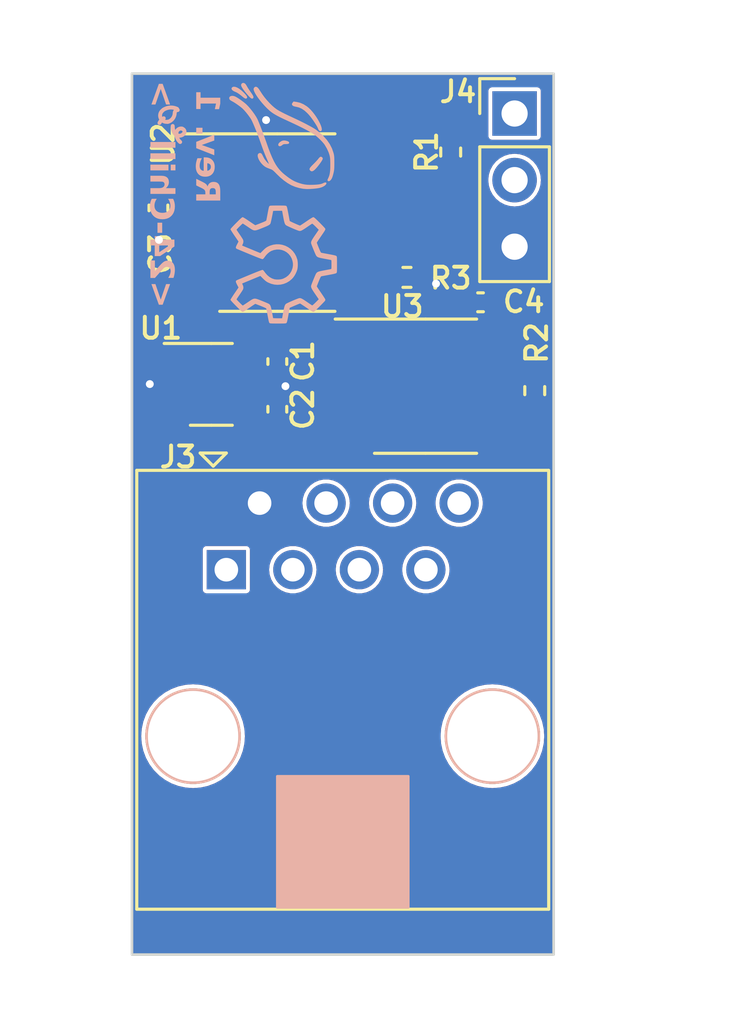
<source format=kicad_pcb>
(kicad_pcb (version 20221018) (generator pcbnew)
  (layers (0 "F.Cu" signal) (31 "B.Cu" signal) (34 "B.Paste" user) (35 "F.Paste" user) (36 "B.SilkS" user "B.Silkscreen") (37 "F.SilkS" user "F.Silkscreen") (38 "B.Mask" user) (39 "F.Mask" user) (44 "Edge.Cuts" user))
  (net 0 "")
  (net 1 "+3V3")
  (net 2 "GND")
  (net 3 "Net-(U1-BP)")
  (net 4 "+5V")
  (net 5 "/SWCLK")
  (net 6 "/SWDIO")
  (net 7 "/RS422+")
  (net 8 "/RS422-")
  (net 14 "/SERVO_OUT")
  (net 21 "/UART_TX")
  (net 22 "/UART_RX")
  (net 23 "/MAX487_DE")
  (footprint "Resistor_SMD:R_0402_1005Metric" (layer "F.Cu") (at 80.53 46.91 -90)
    (fp_text reference "R2" (at -1.82 -0.07 -270) (layer "F.SilkS") (effects (font (size 0.8 0.8))))
    (fp_text value "120")
    (fp_line (start -0.153641 -0.38) (end 0.153641 -0.38) (stroke (width 0.12)) (layer "F.SilkS"))
    (fp_line (start -0.153641 0.38) (end 0.153641 0.38) (stroke (width 0.12)) (layer "F.SilkS"))
    (pad "1" smd roundrect (at -0.51 0 270) (size 0.54 0.64) (layers "F.Cu" "F.Paste" "F.Mask") (net 8 "/RS422-"))
    (pad "2" smd roundrect (at 0.51 0 270) (size 0.54 0.64) (layers "F.Cu" "F.Paste" "F.Mask") (net 7 "/RS422+"))
  )
  (footprint "Capacitor_SMD:C_0402_1005Metric" (layer "F.Cu") (at 78.46 43.54)
    (fp_text reference "C4" (at 1.65 -0.02) (layer "F.SilkS") (effects (font (size 0.8 0.8))))
    (fp_text value "100n")
    (fp_line (start -0.107836 -0.36) (end 0.107836 -0.36) (stroke (width 0.12)) (layer "F.SilkS"))
    (fp_line (start -0.107836 0.36) (end 0.107836 0.36) (stroke (width 0.12)) (layer "F.SilkS"))
    (pad "1" smd roundrect (at -0.48 0) (size 0.56 0.62) (layers "F.Cu" "F.Paste" "F.Mask") (net 4 "+5V"))
    (pad "2" smd roundrect (at 0.48 0) (size 0.56 0.62) (layers "F.Cu" "F.Paste" "F.Mask") (net 2 "GND"))
  )
  (footprint "Case_footprints:TestPoints_1x04_P2.0" (layer "F.Cu") (at 70.49 35.81)
    (fp_text reference "J1" hide)
    (fp_text value "Conn_01x04")
    (pad "1" smd circle (at -3 0) (size 1.4 1.4) (layers "F.Cu" "F.Paste" "F.Mask") (net 1 "+3V3"))
    (pad "2" smd circle (at -1 0) (size 1.4 1.4) (layers "F.Cu" "F.Paste" "F.Mask") (net 2 "GND"))
    (pad "3" smd circle (at 1 0) (size 1.4 1.4) (layers "F.Cu" "F.Paste" "F.Mask") (net 5 "/SWCLK"))
    (pad "4" smd circle (at 3 0) (size 1.4 1.4) (layers "F.Cu" "F.Paste" "F.Mask") (net 6 "/SWDIO"))
  )
  (footprint "Capacitor_SMD:C_0402_1005Metric" (layer "F.Cu") (at 66.16 39.94 -90)
    (fp_text reference "C3" (at 1.75 -0.08 90) (layer "F.SilkS") (effects (font (size 0.8 0.8))))
    (fp_text value "100n")
    (fp_line (start -0.107836 -0.36) (end 0.107836 -0.36) (stroke (width 0.12)) (layer "F.SilkS"))
    (fp_line (start -0.107836 0.36) (end 0.107836 0.36) (stroke (width 0.12)) (layer "F.SilkS"))
    (pad "1" smd roundrect (at -0.48 0 270) (size 0.56 0.62) (layers "F.Cu" "F.Paste" "F.Mask") (net 1 "+3V3"))
    (pad "2" smd roundrect (at 0.48 0 270) (size 0.56 0.62) (layers "F.Cu" "F.Paste" "F.Mask") (net 2 "GND"))
  )
  (footprint "Capacitor_SMD:C_0402_1005Metric" (layer "F.Cu") (at 70.7 47.62 90)
    (fp_text reference "C2" (at 0 0.97 90) (layer "F.SilkS") (effects (font (size 0.8 0.8))))
    (fp_text value "10n")
    (fp_line (start -0.107836 -0.36) (end 0.107836 -0.36) (stroke (width 0.12)) (layer "F.SilkS"))
    (fp_line (start -0.107836 0.36) (end 0.107836 0.36) (stroke (width 0.12)) (layer "F.SilkS"))
    (pad "1" smd roundrect (at -0.48 0 90) (size 0.56 0.62) (layers "F.Cu" "F.Paste" "F.Mask") (net 3 "Net-(U1-BP)"))
    (pad "2" smd roundrect (at 0.48 0 90) (size 0.56 0.62) (layers "F.Cu" "F.Paste" "F.Mask") (net 2 "GND"))
  )
  (footprint "Connector_PinHeader_2.54mm:PinHeader_1x03_P2.54mm_Vertical" (layer "F.Cu") (at 79.76 36.34)
    (fp_text reference "J4" (at -2.16 -0.83) (layer "F.SilkS") (effects (font (size 0.8 0.8))))
    (fp_text value "Conn_01x03")
    (fp_line (start -1.33 -1.33) (end 0 -1.33) (stroke (width 0.12)) (layer "F.SilkS"))
    (fp_line (start -1.33 0) (end -1.33 -1.33) (stroke (width 0.12)) (layer "F.SilkS"))
    (fp_line (start -1.33 1.27) (end -1.33 6.41) (stroke (width 0.12)) (layer "F.SilkS"))
    (fp_line (start -1.33 1.27) (end 1.33 1.27) (stroke (width 0.12)) (layer "F.SilkS"))
    (fp_line (start -1.33 6.41) (end 1.33 6.41) (stroke (width 0.12)) (layer "F.SilkS"))
    (fp_line (start 1.33 1.27) (end 1.33 6.41) (stroke (width 0.12)) (layer "F.SilkS"))
    (pad "1" thru_hole rect (at 0 0) (size 1.7 1.7) (drill 1) (layers "*.Cu" "*.Mask") (net 14 "/SERVO_OUT"))
    (pad "2" thru_hole oval (at 0 2.54) (size 1.7 1.7) (drill 1) (layers "*.Cu" "*.Mask") (net 4 "+5V"))
    (pad "3" thru_hole oval (at 0 5.08) (size 1.7 1.7) (drill 1) (layers "*.Cu" "*.Mask") (net 2 "GND"))
  )
  (footprint "Package_TO_SOT_SMD:SOT-23-5" (layer "F.Cu") (at 68.18 46.67)
    (fp_text reference "U1" (at -1.93 -2.14) (layer "F.SilkS") (effects (font (size 0.8 0.8))))
    (fp_text value "SPX3819M5-L-3-3")
    (fp_line (start 0 -1.56) (end -1.8 -1.56) (stroke (width 0.12)) (layer "F.SilkS"))
    (fp_line (start 0 -1.56) (end 0.8 -1.56) (stroke (width 0.12)) (layer "F.SilkS"))
    (fp_line (start 0 1.56) (end -0.8 1.56) (stroke (width 0.12)) (layer "F.SilkS"))
    (fp_line (start 0 1.56) (end 0.8 1.56) (stroke (width 0.12)) (layer "F.SilkS"))
    (pad "1" smd roundrect (at -1.1375 -0.95) (size 1.325 0.6) (layers "F.Cu" "F.Paste" "F.Mask") (net 4 "+5V"))
    (pad "2" smd roundrect (at -1.1375 0) (size 1.325 0.6) (layers "F.Cu" "F.Paste" "F.Mask") (net 2 "GND"))
    (pad "3" smd roundrect (at -1.1375 0.95) (size 1.325 0.6) (layers "F.Cu" "F.Paste" "F.Mask") (net 4 "+5V"))
    (pad "4" smd roundrect (at 1.1375 0.95) (size 1.325 0.6) (layers "F.Cu" "F.Paste" "F.Mask") (net 3 "Net-(U1-BP)"))
    (pad "5" smd roundrect (at 1.1375 -0.95) (size 1.325 0.6) (layers "F.Cu" "F.Paste" "F.Mask") (net 1 "+3V3"))
  )
  (footprint "Connector_RJ:RJ45_OST_PJ012-8P8CX_Vertical" (layer "F.Cu") (at 68.7525 53.74)
    (fp_text reference "J3" (at -1.8425 -4.3) (layer "F.SilkS") (effects (font (size 0.8 0.8))))
    (fp_text value "RJ45")
    (fp_line (start -3.42 -3.79) (end -3.42 12.95) (stroke (width 0.12)) (layer "F.SilkS"))
    (fp_line (start -1 -4.45) (end -0.5 -3.95) (stroke (width 0.12)) (layer "F.SilkS"))
    (fp_line (start -0.5 -3.95) (end 0 -4.45) (stroke (width 0.12)) (layer "F.SilkS"))
    (fp_line (start 0 -4.45) (end -1 -4.45) (stroke (width 0.12)) (layer "F.SilkS"))
    (fp_line (start 12.3 -3.79) (end -3.42 -3.79) (stroke (width 0.12)) (layer "F.SilkS"))
    (fp_line (start 12.31 -3.79) (end 12.31 12.95) (stroke (width 0.12)) (layer "F.SilkS"))
    (fp_line (start 12.31 12.95) (end -3.42 12.95) (stroke (width 0.12)) (layer "F.SilkS"))
    (pad "" np_thru_hole circle (at -1.27 6.35) (size 3.65 3.65) (drill 3.45) (layers "*.Cu" "*.SilkS" "*.Mask"))
    (pad "" np_thru_hole circle (at 10.16 6.35) (size 3.65 3.65) (drill 3.45) (layers "*.Cu" "*.SilkS" "*.Mask"))
    (pad "1" thru_hole rect (at 0 0) (size 1.5 1.5) (drill 0.9) (layers "*.Cu" "*.Mask") (net 4 "+5V"))
    (pad "2" thru_hole circle (at 1.27 -2.54) (size 1.5 1.5) (drill 0.9) (layers "*.Cu" "*.Mask") (net 2 "GND"))
    (pad "3" thru_hole circle (at 2.54 0) (size 1.5 1.5) (drill 0.9) (layers "*.Cu" "*.Mask"))
    (pad "4" thru_hole circle (at 3.81 -2.54) (size 1.5 1.5) (drill 0.9) (layers "*.Cu" "*.Mask"))
    (pad "5" thru_hole circle (at 5.08 0) (size 1.5 1.5) (drill 0.9) (layers "*.Cu" "*.Mask"))
    (pad "6" thru_hole circle (at 6.35 -2.54) (size 1.5 1.5) (drill 0.9) (layers "*.Cu" "*.Mask"))
    (pad "7" thru_hole circle (at 7.62 0) (size 1.5 1.5) (drill 0.9) (layers "*.Cu" "*.Mask") (net 7 "/RS422+"))
    (pad "8" thru_hole circle (at 8.89 -2.54) (size 1.5 1.5) (drill 0.9) (layers "*.Cu" "*.Mask") (net 8 "/RS422-"))
  )
  (footprint "Capacitor_SMD:C_0402_1005Metric" (layer "F.Cu") (at 70.7 45.8 -90)
    (fp_text reference "C1" (at -0.02 -0.97 90) (layer "F.SilkS") (effects (font (size 0.8 0.8))))
    (fp_text value "4.7u")
    (fp_line (start -0.107836 -0.36) (end 0.107836 -0.36) (stroke (width 0.12)) (layer "F.SilkS"))
    (fp_line (start -0.107836 0.36) (end 0.107836 0.36) (stroke (width 0.12)) (layer "F.SilkS"))
    (pad "1" smd roundrect (at -0.48 0 270) (size 0.56 0.62) (layers "F.Cu" "F.Paste" "F.Mask") (net 1 "+3V3"))
    (pad "2" smd roundrect (at 0.48 0 270) (size 0.56 0.62) (layers "F.Cu" "F.Paste" "F.Mask") (net 2 "GND"))
  )
  (footprint "Package_SO:SOIC-8_3.9x4.9mm_P1.27mm" (layer "F.Cu") (at 76.36 46.74)
    (fp_text reference "U3" (at -0.89 -3.04) (layer "F.SilkS") (effects (font (size 0.8 0.8))))
    (fp_text value "MAX487E")
    (fp_line (start 0 -2.56) (end -3.45 -2.56) (stroke (width 0.12)) (layer "F.SilkS"))
    (fp_line (start 0 -2.56) (end 1.95 -2.56) (stroke (width 0.12)) (layer "F.SilkS"))
    (fp_line (start 0 2.56) (end -1.95 2.56) (stroke (width 0.12)) (layer "F.SilkS"))
    (fp_line (start 0 2.56) (end 1.95 2.56) (stroke (width 0.12)) (layer "F.SilkS"))
    (pad "1" smd roundrect (at -2.475 -1.905) (size 1.95 0.6) (layers "F.Cu" "F.Paste" "F.Mask") (net 22 "/UART_RX"))
    (pad "2" smd roundrect (at -2.475 -0.635) (size 1.95 0.6) (layers "F.Cu" "F.Paste" "F.Mask") (net 23 "/MAX487_DE"))
    (pad "3" smd roundrect (at -2.475 0.635) (size 1.95 0.6) (layers "F.Cu" "F.Paste" "F.Mask") (net 23 "/MAX487_DE"))
    (pad "4" smd roundrect (at -2.475 1.905) (size 1.95 0.6) (layers "F.Cu" "F.Paste" "F.Mask") (net 21 "/UART_TX"))
    (pad "5" smd roundrect (at 2.475 1.905) (size 1.95 0.6) (layers "F.Cu" "F.Paste" "F.Mask") (net 2 "GND"))
    (pad "6" smd roundrect (at 2.475 0.635) (size 1.95 0.6) (layers "F.Cu" "F.Paste" "F.Mask") (net 7 "/RS422+"))
    (pad "7" smd roundrect (at 2.475 -0.635) (size 1.95 0.6) (layers "F.Cu" "F.Paste" "F.Mask") (net 8 "/RS422-"))
    (pad "8" smd roundrect (at 2.475 -1.905) (size 1.95 0.6) (layers "F.Cu" "F.Paste" "F.Mask") (net 4 "+5V"))
  )
  (footprint "Package_SO:TSSOP-20_4.4x6.5mm_P0.65mm" (layer "F.Cu") (at 70.7 40.5)
    (fp_text reference "U2" (at -4.36 -3 90) (layer "F.SilkS") (effects (font (size 0.8 0.8))))
    (fp_text value "STM32G030F6Px")
    (fp_line (start 0 -3.385) (end -3.6 -3.385) (stroke (width 0.12)) (layer "F.SilkS"))
    (fp_line (start 0 -3.385) (end 2.2 -3.385) (stroke (width 0.12)) (layer "F.SilkS"))
    (fp_line (start 0 3.385) (end -2.2 3.385) (stroke (width 0.12)) (layer "F.SilkS"))
    (fp_line (start 0 3.385) (end 2.2 3.385) (stroke (width 0.12)) (layer "F.SilkS"))
    (pad "1" smd roundrect (at -2.8625 -2.925) (size 1.475 0.4) (layers "F.Cu" "F.Paste" "F.Mask"))
    (pad "2" smd roundrect (at -2.8625 -2.275) (size 1.475 0.4) (layers "F.Cu" "F.Paste" "F.Mask"))
    (pad "3" smd roundrect (at -2.8625 -1.625) (size 1.475 0.4) (layers "F.Cu" "F.Paste" "F.Mask"))
    (pad "4" smd roundrect (at -2.8625 -0.975) (size 1.475 0.4) (layers "F.Cu" "F.Paste" "F.Mask") (net 1 "+3V3"))
    (pad "5" smd roundrect (at -2.8625 -0.325) (size 1.475 0.4) (layers "F.Cu" "F.Paste" "F.Mask") (net 2 "GND"))
    (pad "6" smd roundrect (at -2.8625 0.325) (size 1.475 0.4) (layers "F.Cu" "F.Paste" "F.Mask"))
    (pad "7" smd roundrect (at -2.8625 0.975) (size 1.475 0.4) (layers "F.Cu" "F.Paste" "F.Mask"))
    (pad "8" smd roundrect (at -2.8625 1.625) (size 1.475 0.4) (layers "F.Cu" "F.Paste" "F.Mask"))
    (pad "9" smd roundrect (at -2.8625 2.275) (size 1.475 0.4) (layers "F.Cu" "F.Paste" "F.Mask") (net 21 "/UART_TX"))
    (pad "10" smd roundrect (at -2.8625 2.925) (size 1.475 0.4) (layers "F.Cu" "F.Paste" "F.Mask") (net 22 "/UART_RX"))
    (pad "11" smd roundrect (at 2.8625 2.925) (size 1.475 0.4) (layers "F.Cu" "F.Paste" "F.Mask") (net 23 "/MAX487_DE"))
    (pad "12" smd roundrect (at 2.8625 2.275) (size 1.475 0.4) (layers "F.Cu" "F.Paste" "F.Mask"))
    (pad "13" smd roundrect (at 2.8625 1.625) (size 1.475 0.4) (layers "F.Cu" "F.Paste" "F.Mask"))
    (pad "14" smd roundrect (at 2.8625 0.975) (size 1.475 0.4) (layers "F.Cu" "F.Paste" "F.Mask") (net 14 "/SERVO_OUT"))
    (pad "15" smd roundrect (at 2.8625 0.325) (size 1.475 0.4) (layers "F.Cu" "F.Paste" "F.Mask"))
    (pad "16" smd roundrect (at 2.8625 -0.325) (size 1.475 0.4) (layers "F.Cu" "F.Paste" "F.Mask"))
    (pad "17" smd roundrect (at 2.8625 -0.975) (size 1.475 0.4) (layers "F.Cu" "F.Paste" "F.Mask"))
    (pad "18" smd roundrect (at 2.8625 -1.625) (size 1.475 0.4) (layers "F.Cu" "F.Paste" "F.Mask") (net 6 "/SWDIO"))
    (pad "19" smd roundrect (at 2.8625 -2.275) (size 1.475 0.4) (layers "F.Cu" "F.Paste" "F.Mask") (net 5 "/SWCLK"))
    (pad "20" smd roundrect (at 2.8625 -2.925) (size 1.475 0.4) (layers "F.Cu" "F.Paste" "F.Mask"))
  )
  (footprint "Resistor_SMD:R_0402_1005Metric" (layer "F.Cu") (at 77.32 37.81 90)
    (fp_text reference "R1" (at 0 -0.92 90) (layer "F.SilkS") (effects (font (size 0.8 0.8))))
    (fp_text value "4.7k")
    (fp_line (start -0.153641 -0.38) (end 0.153641 -0.38) (stroke (width 0.12)) (layer "F.SilkS"))
    (fp_line (start -0.153641 0.38) (end 0.153641 0.38) (stroke (width 0.12)) (layer "F.SilkS"))
    (pad "1" smd roundrect (at -0.51 0 90) (size 0.54 0.64) (layers "F.Cu" "F.Paste" "F.Mask") (net 4 "+5V"))
    (pad "2" smd roundrect (at 0.51 0 90) (size 0.54 0.64) (layers "F.Cu" "F.Paste" "F.Mask") (net 14 "/SERVO_OUT"))
  )
  (footprint "Resistor_SMD:R_0402_1005Metric" (layer "F.Cu") (at 75.65 42.59)
    (fp_text reference "R3" (at 1.67 0.03) (layer "F.SilkS") (effects (font (size 0.8 0.8))))
    (fp_text value "1M")
    (fp_line (start -0.153641 -0.38) (end 0.153641 -0.38) (stroke (width 0.12)) (layer "F.SilkS"))
    (fp_line (start -0.153641 0.38) (end 0.153641 0.38) (stroke (width 0.12)) (layer "F.SilkS"))
    (pad "1" smd roundrect (at -0.51 0) (size 0.54 0.64) (layers "F.Cu" "F.Paste" "F.Mask") (net 23 "/MAX487_DE"))
    (pad "2" smd roundrect (at 0.51 0) (size 0.54 0.64) (layers "F.Cu" "F.Paste" "F.Mask") (net 2 "GND"))
  )
  (footprint "LOGO" (layer "B.Cu") (at 70.95 42.1 90)
    (fp_text reference "G***" hide)
    (fp_text value "LOGO" hide)
    (fp_poly (pts (xy 0.087829 2.028582) (xy 0.156975 2.028353) (xy 0.209882 2.027753) (xy 0.249 2.026603) (xy 0.276774 2.024722) (xy 0.295651 2.021933) (xy 0.308079 2.018056) (xy 0.316505 2.012912) (xy 0.323375 2.006322) (xy 0.324749 2.004846) (xy 0.332639 1.992969) (xy 0.340708 1.97304) (xy 0.349524 1.942752) (xy 0.359652 1.899795) (xy 0.371658 1.84186) (xy 0.386107 1.766638) (xy 0.395326 1.71693) (xy 0.408809 1.643773) (xy 0.42126 1.576601) (xy 0.432102 1.518497) (xy 0.440757 1.472542) (xy 0.446648 1.44182) (xy 0.448986 1.43027) (xy 0.454682 1.420481) (xy 0.46907 1.409108) (xy 0.494509 1.394933) (xy 0.533357 1.37674) (xy 0.587972 1.353312) (xy 0.638335 1.332537) (xy 0.696784 1.308895) (xy 0.748729 1.2883) (xy 0.790927 1.272004) (xy 0.820134 1.261261) (xy 0.833106 1.257322) (xy 0.83316 1.257321) (xy 0.844406 1.263092) (xy 0.870554 1.279337) (xy 0.909167 1.304451) (xy 0.957805 1.336831) (xy 1.014032 1.374873) (xy 1.066398 1.410757) (xy 1.140982 1.462043) (xy 1.200335 1.502441) (xy 1.246556 1.53315) (xy 1.281747 1.555371) (xy 1.308007 1.570303) (xy 1.327436 1.579147) (xy 1.342136 1.583103) (xy 1.354207 1.58337) (xy 1.364998 1.581338) (xy 1.378687 1.572419) (xy 1.40495 1.550352) (xy 1.441628 1.517137) (xy 1.486565 1.474778) (xy 1.537602 1.425275) (xy 1.592582 1.370631) (xy 1.598223 1.364952) (xy 1.660973 1.301401) (xy 1.710127 1.250806) (xy 1.747232 1.211379) (xy 1.773832 1.181336) (xy 1.791472 1.158889) (xy 1.801697 1.142252) (xy 1.806052 1.129639) (xy 1.806511 1.124159) (xy 1.802174 1.107651) (xy 1.788815 1.080277) (xy 1.765659 1.040762) (xy 1.731929 0.987829) (xy 1.68685 0.920203) (xy 1.646523 0.861106) (xy 1.60403 0.798858) (xy 1.56577 0.742002) (xy 1.533316 0.692939) (xy 1.508239 0.654072) (xy 1.492111 0.627803) (xy 1.486504 0.616598) (xy 1.490464 0.601211) (xy 1.501585 0.571114) (xy 1.518289 0.52985) (xy 1.538995 0.480958) (xy 1.562125 0.42798) (xy 1.586099 0.374456) (xy 1.609338 0.323927) (xy 1.630261 0.279935) (xy 1.647291 0.24602) (xy 1.658848 0.225722) (xy 1.662728 0.221505) (xy 1.675973 0.219504) (xy 1.707078 0.214066) (xy 1.753148 0.205718) (xy 1.811289 0.194992) (xy 1.878604 0.182415) (xy 1.943283 0.170209) (xy 2.026704 0.154215) (xy 2.091773 0.141226) (xy 2.140952 0.130601) (xy 2.176702 0.121702) (xy 2.201485 0.11389) (xy 2.217765 0.106525) (xy 2.228003 0.098967) (xy 2.231198 0.095454) (xy 2.236874 0.086983) (xy 2.241321 0.07558) (xy 2.244688 0.058774) (xy 2.247122 0.034093) (xy 2.248771 -0.000934) (xy 2.249783 -0.048778) (xy 2.250306 -0.11191) (xy 2.250488 -0.192802) (xy 2.250499 -0.227164) (xy 2.250393 -0.315395) (xy 2.249981 -0.384944) (xy 2.249122 -0.438261) (xy 2.247675 -0.477793) (xy 2.2455 -0.505989) (xy 2.242456 -0.525299) (xy 2.238401 -0.538171) (xy 2.233194 -0.547054) (xy 2.232009 -0.54856) (xy 2.223172 -0.556349) (xy 2.208352 -0.563816) (xy 2.18506 -0.571597) (xy 2.150807 -0.580328) (xy 2.103107 -0.590645) (xy 2.039471 -0.603184) (xy 1.959941 -0.618113) (xy 1.888314 -0.631421) (xy 1.822728 -0.6437) (xy 1.766331 -0.654354) (xy 1.722269 -0.662786) (xy 1.693687 -0.668399) (xy 1.68467 -0.670309) (xy 1.675347 -0.676362) (xy 1.664025 -0.691756) (xy 1.649637 -0.718652) (xy 1.631121 -0.759211) (xy 1.607409 -0.815596) (xy 1.581654 -0.879387) (xy 1.557285 -0.940849) (xy 1.535833 -0.995689) (xy 1.518464 -1.040869) (xy 1.50634 -1.073353) (xy 1.500626 -1.090105) (xy 1.500332 -1.091548) (xy 1.506077 -1.102182) (xy 1.522249 -1.127785) (xy 1.547254 -1.165947) (xy 1.579498 -1.214257) (xy 1.617387 -1.270305) (xy 1.653535 -1.323241) (xy 1.708454 -1.404451) (xy 1.75149 -1.470599) (xy 1.782387 -1.521264) (xy 1.800885 -1.556021) (xy 1.806738 -1.573982) (xy 1.80369 -1.585287) (xy 1.793629 -1.601838) (xy 1.775179 -1.625176) (xy 1.746967 -1.656842) (xy 1.707617 -1.698377) (xy 1.655754 -1.75132) (xy 1.590004 -1.817212) (xy 1.586925 -1.820278) (xy 1.514715 -1.891437) (xy 1.45445 -1.949222) (xy 1.406665 -1.993151) (xy 1.371891 -2.022739) (xy 1.350663 -2.037504) (xy 1.345544 -2.039185) (xy 1.33124 -2.033383) (xy 1.302219 -2.017054) (xy 1.261059 -1.991812) (xy 1.210336 -1.959273) (xy 1.152629 -1.921053) (xy 1.100194 -1.885431) (xy 0.876412 -1.731676) (xy 0.771784 -1.786392) (xy 0.71556 -1.814116) (xy 0.673724 -1.830053) (xy 0.643268 -1.834415) (xy 0.621188 -1.827417) (xy 0.604475 -1.80927) (xy 0.59848 -1.798662) (xy 0.59156 -1.783255) (xy 0.577462 -1.750356) (xy 0.557041 -1.702016) (xy 0.531158 -1.640287) (xy 0.500668 -1.56722) (xy 0.466431 -1.484866) (xy 0.429303 -1.395277) (xy 0.391014 -1.302611) (xy 0.343098 -1.18599) (xy 0.303122 -1.087557) (xy 0.27063 -1.006107) (xy 0.245169 -0.940435) (xy 0.226282 -0.889337) (xy 0.213517 -0.851607) (xy 0.206417 -0.826042) (xy 0.204528 -0.811436) (xy 0.204829 -0.809307) (xy 0.219143 -0.786786) (xy 0.251817 -0.757587) (xy 0.285592 -0.733369) (xy 0.356479 -0.67907) (xy 0.421215 -0.616665) (xy 0.475275 -0.551061) (xy 0.514135 -0.487167) (xy 0.515755 -0.483771) (xy 0.553473 -0.380654) (xy 0.571573 -0.276625) (xy 0.571043 -0.17383) (xy 0.552871 -0.074415) (xy 0.518045 0.019475) (xy 0.467554 0.105694) (xy 0.402386 0.182096) (xy 0.323529 0.246535) (xy 0.231971 0.296866) (xy 0.142031 0.327692) (xy 0.053232 0.344553) (xy -0.029669 0.346635) (xy -0.115874 0.33394) (xy -0.142032 0.327692) (xy -0.24538 0.29078) (xy -0.337745 0.236424) (xy -0.41762 0.166066) (xy -0.483496 0.081149) (xy -0.533867 -0.016883) (xy -0.550601 -0.063395) (xy -0.564877 -0.127919) (xy -0.571992 -0.203333) (xy -0.571644 -0.280537) (xy -0.56353 -0.350434) (xy -0.560613 -0.364185) (xy -0.52815 -0.457906) (xy -0.476491 -0.547898) (xy -0.40754 -0.631606) (xy -0.323199 -0.706477) (xy -0.285593 -0.733369) (xy -0.240608 -0.766604) (xy -0.213088 -0.794003) (xy -0.20483 -0.809307) (xy -0.205453 -0.821292) (xy -0.211171 -0.843926) (xy -0.222437 -0.878415) (xy -0.239708 -0.925963) (xy -0.263436 -0.987776) (xy -0.294078 -1.065057) (xy -0.332088 -1.159012) (xy -0.377921 -1.270845) (xy -0.391014 -1.302611) (xy -0.430138 -1.397293) (xy -0.467212 -1.486746) (xy -0.501376 -1.568919) (xy -0.531775 -1.641761) (xy -0.557549 -1.70322) (xy -0.57784 -1.751245) (xy -0.591792 -1.783785) (xy -0.59848 -1.798662) (xy -0.613861 -1.821316) (xy -0.633378 -1.832909) (xy -0.660038 -1.833228) (xy -0.696846 -1.82206) (xy -0.74681 -1.799193) (xy -0.771784 -1.786392) (xy -0.876413 -1.731676) (xy -1.100195 -1.885431) (xy -1.161803 -1.9272) (xy -1.218609 -1.964657) (xy -1.268036 -1.996184) (xy -1.307508 -2.020168) (xy -1.334445 -2.034992) (xy -1.345545 -2.039185) (xy -1.360273 -2.031499) (xy -1.388796 -2.008764) (xy -1.430579 -1.971463) (xy -1.48509 -1.92008) (xy -1.551795 -1.855099) (xy -1.586926 -1.820278) (xy -1.653038 -1.754073) (xy -1.705245 -1.700866) (xy -1.744946 -1.659087) (xy -1.773542 -1.627165) (xy -1.792432 -1.603529) (xy -1.803016 -1.586607) (xy -1.806695 -1.57483) (xy -1.806739 -1.573615) (xy -1.800238 -1.553948) (xy -1.780775 -1.517732) (xy -1.748406 -1.465063) (xy -1.703189 -1.396035) (xy -1.653536 -1.322878) (xy -1.612022 -1.262143) (xy -1.57478 -1.207056) (xy -1.543404 -1.160027) (xy -1.519492 -1.123467) (xy -1.504641 -1.099786) (xy -1.500333 -1.091553) (xy -1.504086 -1.079647) (xy -1.514567 -1.051176) (xy -1.530613 -1.009176) (xy -1.55106 -0.956683) (xy -1.574745 -0.896735) (xy -1.581655 -0.879387) (xy -1.610766 -0.807435) (xy -1.633754 -0.753192) (xy -1.651684 -0.714499) (xy -1.66562 -0.689193) (xy -1.676628 -0.675113) (xy -1.68467 -0.670309) (xy -1.700834 -0.66697) (xy -1.734634 -0.660405) (xy -1.782923 -0.651208) (xy -1.842555 -0.639978) (xy -1.910385 -0.62731) (xy -1.959942 -0.618113) (xy -2.041461 -0.602803) (xy -2.104625 -0.590334) (xy -2.151921 -0.580069) (xy -2.185838 -0.571373) (xy -2.208863 -0.563609) (xy -2.223485 -0.556142) (xy -2.232009 -0.54856) (xy -2.237462 -0.540178) (xy -2.241734 -0.528295) (xy -2.244969 -0.510462) (xy -2.247306 -0.484229) (xy -2.248886 -0.447147) (xy -2.249851 -0.396769) (xy -2.25034 -0.330645) (xy -2.250496 -0.246326) (xy -2.250497 -0.239746) (xy -2.049751 -0.239746) (xy -2.049292 -0.297421) (xy -2.048022 -0.346909) (xy -2.046102 -0.384706) (xy -2.043694 -0.407305) (xy -2.041826 -0.412204) (xy -2.029517 -0.414123) (xy -1.999617 -0.419406) (xy -1.955297 -0.427475) (xy -1.899726 -0.43775) (xy -1.836074 -0.449654) (xy -1.814477 -0.45372) (xy -1.729941 -0.4702) (xy -1.663544 -0.484668) (xy -1.612514 -0.498146) (xy -1.574077 -0.511655) (xy -1.545461 -0.526214) (xy -1.523892 -0.542846) (xy -1.506597 -0.56257) (xy -1.502235 -0.568653) (xy -1.492814 -0.586355) (xy -1.477076 -0.620574) (xy -1.456385 -0.66814) (xy -1.432106 -0.725882) (xy -1.405603 -0.79063) (xy -1.390042 -0.82941) (xy -1.356562 -0.913324) (xy -1.330602 -0.980951) (xy -1.312458 -1.035861) (xy -1.302424 -1.081627) (xy -1.300796 -1.121818) (xy -1.30787 -1.160005) (xy -1.323939 -1.19976) (xy -1.349301 -1.244652) (xy -1.38425 -1.298254) (xy -1.429081 -1.364136) (xy -1.434975 -1.372797) (xy -1.47277 -1.428754) (xy -1.50618 -1.478942) (xy -1.533478 -1.520708) (xy -1.552938 -1.551399) (xy -1.562833 -1.56836) (xy -1.563727 -1.570682) (xy -1.556607 -1.581041) (xy -1.537366 -1.602781) (xy -1.509186 -1.632711) (xy -1.47525 -1.667642) (xy -1.43874 -1.704385) (xy -1.402837 -1.739749) (xy -1.370723 -1.770545) (xy -1.345581 -1.793585) (xy -1.330592 -1.805678) (xy -1.328231 -1.806739) (xy -1.317235 -1.800976) (xy -1.291758 -1.784924) (xy -1.254615 -1.760439) (xy -1.208617 -1.729379) (xy -1.156576 -1.693599) (xy -1.151782 -1.690272) (xy -1.096739 -1.652627) (xy -1.044913 -1.618228) (xy -0.999818 -1.589327) (xy -0.964967 -1.568176) (xy -0.944016 -1.557088) (xy -0.88888 -1.545113) (xy -0.828143 -1.551517) (xy -0.769565 -1.57396) (xy -0.742867 -1.585902) (xy -0.725035 -1.590165) (xy -0.721189 -1.588529) (xy -0.716519 -1.576992) (xy -0.704707 -1.548222) (xy -0.686695 -1.504506) (xy -0.66343 -1.448133) (xy -0.635854 -1.381392) (xy -0.604913 -1.306572) (xy -0.576712 -1.238429) (xy -0.435485 -0.897282) (xy -0.538115 -0.794669) (xy -0.587489 -0.743621) (xy -0.624636 -0.700644) (xy -0.653682 -0.660426) (xy -0.678753 -0.617653) (xy -0.685223 -0.605276) (xy -0.734361 -0.487645) (xy -0.763877 -0.366792) (xy -0.774207 -0.244896) (xy -0.765785 -0.124138) (xy -0.739045 -0.006698) (xy -0.694422 0.105246) (xy -0.63235 0.209513) (xy -0.553263 0.303924) (xy -0.49306 0.358873) (xy -0.42491 0.407269) (xy -0.34447 0.45254) (xy -0.260539 0.49019) (xy -0.190183 0.513607) (xy -0.129742 0.524758) (xy -0.056333 0.530877) (xy 0.022487 0.531965) (xy 0.099161 0.52802) (xy 0.166134 0.519044) (xy 0.190183 0.513607) (xy 0.310017 0.471562) (xy 0.418013 0.413358) (xy 0.513339 0.340872) (xy 0.595164 0.255985) (xy 0.662658 0.160574) (xy 0.714988 0.056518) (xy 0.751324 -0.054304) (xy 0.770834 -0.170013) (xy 0.772688 -0.288732) (xy 0.756053 -0.40858) (xy 0.7201 -0.527679) (xy 0.685223 -0.605276) (xy 0.660501 -0.649625) (xy 0.632891 -0.690017) (xy 0.598262 -0.731768) (xy 0.552487 -0.780194) (xy 0.538153 -0.794631) (xy 0.435562 -0.897206) (xy 0.578536 -1.243674) (xy 0.611683 -1.323919) (xy 0.64225 -1.397769) (xy 0.669313 -1.462998) (xy 0.691947 -1.517386) (xy 0.709227 -1.558708) (xy 0.720228 -1.584742) (xy 0.724003 -1.593275) (xy 0.733897 -1.590718) (xy 0.756215 -1.58068) (xy 0.770594 -1.573424) (xy 0.831869 -1.550586) (xy 0.891889 -1.545273) (xy 0.943592 -1.556911) (xy 0.964697 -1.568088) (xy 0.99957 -1.589218) (xy 1.044715 -1.618067) (xy 1.096637 -1.652402) (xy 1.15184 -1.689989) (xy 1.151995 -1.690095) (xy 1.204571 -1.726161) (xy 1.251267 -1.757696) (xy 1.289292 -1.782855) (xy 1.315855 -1.799797) (xy 1.328168 -1.806676) (xy 1.328515 -1.806739) (xy 1.338724 -1.799609) (xy 1.360305 -1.780344) (xy 1.390078 -1.75213) (xy 1.424861 -1.718155) (xy 1.461475 -1.681606) (xy 1.49674 -1.64567) (xy 1.527475 -1.613533) (xy 1.550499 -1.588383) (xy 1.562633 -1.573407) (xy 1.563727 -1.571035) (xy 1.558031 -1.560045) (xy 1.542094 -1.534298) (xy 1.517643 -1.496455) (xy 1.486405 -1.449174) (xy 1.450109 -1.395114) (xy 1.434974 -1.372797) (xy 1.388977 -1.305257) (xy 1.352894 -1.250412) (xy 1.326431 -1.204691) (xy 1.30929 -1.164522) (xy 1.301175 -1.126334) (xy 1.301791 -1.086555) (xy 1.31084 -1.041615) (xy 1.328026 -0.987941) (xy 1.353053 -0.921963) (xy 1.385625 -0.84011) (xy 1.389884 -0.82941) (xy 1.42422 -0.744122) (xy 1.452659 -0.676389) (xy 1.476481 -0.623893) (xy 1.496963 -0.584314) (xy 1.515386 -0.555332) (xy 1.533028 -0.534627) (xy 1.551167 -0.51988) (xy 1.565018 -0.51177) (xy 1.581695 -0.506351) (xy 1.615289 -0.497803) (xy 1.661957 -0.486927) (xy 1.717855 -0.474528) (xy 1.779138 -0.461408) (xy 1.841962 -0.448369) (xy 1.902482 -0.436215) (xy 1.956855 -0.425749) (xy 2.001236 -0.417773) (xy 2.031781 -0.41309) (xy 2.041826 -0.412195) (xy 2.044478 -0.402168) (xy 2.046752 -0.374516) (xy 2.048489 -0.332746) (xy 2.049526 -0.280363) (xy 2.04975 -0.239728) (xy 2.04975 -0.067393) (xy 1.830511 -0.027247) (xy 1.742188 -0.010549) (xy 1.672144 0.004084) (xy 1.617727 0.017488) (xy 1.576284 0.030498) (xy 1.545162 0.043949) (xy 1.52171 0.058677) (xy 1.503275 0.075518) (xy 1.502877 0.07595) (xy 1.490743 0.094524) (xy 1.472462 0.129273) (xy 1.449553 0.176677) (xy 1.423534 0.233218) (xy 1.395924 0.295378) (xy 1.368242 0.359639) (xy 1.342005 0.422483) (xy 1.318734 0.480392) (xy 1.299946 0.529846) (xy 1.28716 0.567328) (xy 1.282107 0.587413) (xy 1.280551 0.611302) (xy 1.283548 0.635992) (xy 1.29234 0.663977) (xy 1.308169 0.697754) (xy 1.332279 0.739819) (xy 1.365913 0.792667) (xy 1.410312 0.858795) (xy 1.435598 0.895674) (xy 1.472287 0.949228) (xy 1.504863 0.997313) (xy 1.531405 1.037048) (xy 1.54999 1.065552) (xy 1.558695 1.079942) (xy 1.558996 1.080614) (xy 1.553576 1.092125) (xy 1.535372 1.115496) (xy 1.506812 1.147925) (xy 1.470325 1.186606) (xy 1.444589 1.212697) (xy 1.325186 1.331761) (xy 1.124843 1.193889) (xy 1.049794 1.142912) (xy 0.989137 1.103516) (xy 0.940421 1.074517) (xy 0.901196 1.054735) (xy 0.869013 1.042985) (xy 0.84142 1.038086) (xy 0.815969 1.038856) (xy 0.806657 1.04033) (xy 0.785383 1.046586) (xy 0.748532 1.059734) (xy 0.699897 1.078223) (xy 0.643273 1.100504) (xy 0.582454 1.125025) (xy 0.521234 1.150236) (xy 0.463407 1.174586) (xy 0.412767 1.196525) (xy 0.373108 1.214501) (xy 0.348225 1.226965) (xy 0.344465 1.229228) (xy 0.321181 1.246115) (xy 0.302172 1.264879) (xy 0.286324 1.288373) (xy 0.272522 1.319451) (xy 0.259654 1.360964) (xy 0.246604 1.415767) (xy 0.232259 1.486713) (xy 0.221442 1.544298) (xy 0.208882 1.612045) (xy 0.197315 1.673885) (xy 0.18739 1.726395) (xy 0.179756 1.766155) (xy 0.17506 1.789743) (xy 0.174234 1.793531) (xy 0.171477 1.802423) (xy 0.165948 1.808765) (xy 0.154491 1.812988) (xy 0.133948 1.815523) (xy 0.101164 1.8168) (xy 0.052984 1.81725) (xy 0 1.817304) (xy -0.063101 1.81721) (xy -0.108226 1.816641) (xy -0.138532 1.815165) (xy -0.157175 1.812354) (xy -0.167312 1.807775) (xy -0.172097 1.800998) (xy -0.174234 1.793531) (xy -0.177756 1.776375) (xy -0.184441 1.741855) (xy -0.193642 1.693394) (xy -0.204711 1.634413) (xy -0.216999 1.568334) (xy -0.221443 1.544298) (xy -0.237268 1.461024) (xy -0.251056 1.395792) (xy -0.263921 1.345749) (xy -0.276978 1.308042) (xy -0.291339 1.279817) (xy -0.30812 1.258222) (xy -0.328434 1.240402) (xy -0.344466 1.229228) (xy -0.364602 1.218559) (xy -0.400561 1.201949) (xy -0.448548 1.18095) (xy -0.50477 1.15711) (xy -0.565433 1.131982) (xy -0.626742 1.107116) (xy -0.684903 1.084062) (xy -0.736122 1.06437) (xy -0.776606 1.049593) (xy -0.802559 1.041279) (xy -0.806658 1.04033) (xy -0.831939 1.037773) (xy -0.858459 1.040449) (xy -0.888668 1.049541) (xy -0.925018 1.066231) (xy -0.969957 1.091701) (xy -1.025936 1.127135) (xy -1.095406 1.173714) (xy -1.124844 1.193889) (xy -1.325186 1.331761) (xy -1.444589 1.212697) (xy -1.484795 1.171533) (xy -1.518591 1.13487) (xy -1.54355 1.105512) (xy -1.55724 1.086263) (xy -1.558996 1.080614) (xy -1.551686 1.068225) (xy -1.53425 1.041355) (xy -1.508613 1.002888) (xy -1.476697 0.955705) (xy -1.440425 0.902686) (xy -1.435599 0.895674) (xy -1.385636 0.822346) (xy -1.347031 0.763486) (xy -1.318541 0.716597) (xy -1.298924 0.679185) (xy -1.286936 0.648753) (xy -1.281335 0.622806) (xy -1.280878 0.598847) (xy -1.282108 0.587413) (xy -1.288461 0.563157) (xy -1.302134 0.523879) (xy -1.321606 0.473096) (xy -1.34536 0.414328) (xy -1.371876 0.351093) (xy -1.399636 0.286908) (xy -1.427122 0.225293) (xy -1.452815 0.169765) (xy -1.475196 0.123842) (xy -1.492746 0.091043) (xy -1.502878 0.07595) (xy -1.521373 0.058917) (xy -1.544849 0.044041) (xy -1.575964 0.030487) (xy -1.617372 0.017415) (xy -1.67173 0.003987) (xy -1.741695 -0.010634) (xy -1.829923 -0.027286) (xy -1.830512 -0.027393) (xy -2.049751 -0.067429) (xy -2.049751 -0.239746) (xy -2.250497 -0.239746) (xy -2.250499 -0.227164) (xy -2.250402 -0.139127) (xy -2.250013 -0.069755) (xy -2.249185 -0.016581) (xy -2.247773 0.022862) (xy -2.245631 0.05104) (xy -2.242613 0.07042) (xy -2.238572 0.083468) (xy -2.233362 0.092651) (xy -2.231405 0.095199) (xy -2.224773 0.101973) (xy -2.215161 0.108298) (xy -2.200623 0.114623) (xy -2.179215 0.121401) (xy -2.148991 0.129084) (xy -2.108007 0.138123) (xy -2.054318 0.148969) (xy -1.985977 0.162075) (xy -1.901042 0.177891) (xy -1.797565 0.19687) (xy -1.778538 0.200343) (xy -1.649963 0.223805) (xy -1.568104 0.41417) (xy -1.542865 0.473486) (xy -1.520809 0.526505) (xy -1.503218 0.570052) (xy -1.491372 0.600949) (xy -1.48655 0.616022) (xy -1.486504 0.616598) (xy -1.492344 0.628202) (xy -1.508673 0.654756) (xy -1.533918 0.693858) (xy -1.566508 0.743105) (xy -1.604871 0.800097) (xy -1.646524 0.861106) (xy -1.70037 0.94026) (xy -1.742295 1.003786) (xy -1.77307 1.052954) (xy -1.793468 1.08903) (xy -1.804258 1.113283) (xy -1.806512 1.124133) (xy -1.804532 1.135553) (xy -1.797392 1.150101) (xy -1.783521 1.1696) (xy -1.761348 1.195874) (xy -1.729303 1.230748) (xy -1.685816 1.276046) (xy -1.629316 1.333591) (xy -1.605391 1.357756) (xy -1.550956 1.412221) (xy -1.500233 1.462166) (xy -1.455445 1.505466) (xy -1.418814 1.539996) (xy -1.392562 1.563631) (xy -1.379042 1.574178) (xy -1.350522 1.582236) (xy -1.329195 1.581322) (xy -1.314049 1.573799) (xy -1.284177 1.555821) (xy -1.242159 1.529056) (xy -1.190575 1.495175) (xy -1.132005 1.455846) (xy -1.074045 1.416203) (xy -1.012212 1.373811) (xy -0.955857 1.335681) (xy -0.907372 1.303391) (xy -0.869149 1.278517) (xy -0.843578 1.262639) (xy -0.833158 1.257321) (xy -0.820452 1.26115) (xy -0.791463 1.271801) (xy -0.749434 1.288024) (xy -0.69761 1.308564) (xy -0.639235 1.33217) (xy -0.638336 1.332537) (xy -0.570921 1.360484) (xy -0.520968 1.382321) (xy -0.48612 1.399264) (xy -0.46402 1.412529) (xy -0.452308 1.423335) (xy -0.448987 1.43027) (xy -0.445728 1.446553) (xy -0.439243 1.48054) (xy -0.430108 1.529148) (xy -0.418902 1.589295) (xy -0.406201 1.657898) (xy -0.395327 1.71693) (xy -0.379287 1.80267) (xy -0.366004 1.869851) (xy -0.35491 1.920781) (xy -0.345441 1.957769) (xy -0.33703 1.983124) (xy -0.329112 1.999155) (xy -0.32475 2.004846) (xy -0.317898 2.01174) (xy -0.30997 2.017154) (xy -0.298519 2.021265) (xy -0.281098 2.024253) (xy -0.255261 2.026297) (xy -0.218559 2.027577) (xy -0.168547 2.028271) (xy -0.102777 2.028558) (xy -0.018801 2.028618) (xy 0 2.028618)) (fill solid) (layer "B.SilkS"))
  )
  (footprint "LOGO" (layer "B.Cu") (at 70.79 37.14 90)
    (fp_text reference "G***" hide)
    (fp_text value "LOGO" hide)
    (fp_poly (pts (xy -0.296314 0.358944) (xy -0.271512 0.337352) (xy -0.249816 0.288811) (xy -0.246414 0.277876) (xy -0.229096 0.203185) (xy -0.227756 0.142715) (xy -0.242721 0.087317) (xy -0.254093 0.06308) (xy -0.291994 0.004781) (xy -0.333978 -0.035399) (xy -0.376076 -0.05519) (xy -0.414322 -0.052321) (xy -0.433178 -0.03938) (xy -0.44904 -0.005196) (xy -0.442267 0.038581) (xy -0.413917 0.086384) (xy -0.407862 0.093566) (xy -0.384961 0.122564) (xy -0.372243 0.150235) (xy -0.366787 0.186566) (xy -0.36567 0.237859) (xy -0.361927 0.303387) (xy -0.349855 0.343899) (xy -0.328185 0.36161)) (fill solid) (layer "B.SilkS"))
    (fp_poly (pts (xy 1.451797 -1.249818) (xy 1.493627 -1.276981) (xy 1.548017 -1.323451) (xy 1.597793 -1.371093) (xy 1.681727 -1.461538) (xy 1.747339 -1.548365) (xy 1.793402 -1.629161) (xy 1.81869 -1.701515) (xy 1.821975 -1.763013) (xy 1.812813 -1.793827) (xy 1.784284 -1.829834) (xy 1.74804 -1.839976) (xy 1.708192 -1.82391) (xy 1.686754 -1.804361) (xy 1.658377 -1.763986) (xy 1.634966 -1.716013) (xy 1.632384 -1.708804) (xy 1.599118 -1.635982) (xy 1.544148 -1.549844) (xy 1.46908 -1.452816) (xy 1.441897 -1.420812) (xy 1.394914 -1.360776) (xy 1.370578 -1.314197) (xy 1.368259 -1.27874) (xy 1.387328 -1.25207) (xy 1.39496 -1.246753) (xy 1.419812 -1.240296)) (fill solid) (layer "B.SilkS"))
    (fp_poly (pts (xy -0.882439 1.633327) (xy -0.856019 1.603505) (xy -0.847386 1.56616) (xy -0.848816 1.557337) (xy -0.864576 1.531328) (xy -0.89642 1.499221) (xy -0.92432 1.477425) (xy -0.959251 1.449729) (xy -1.007569 1.406893) (xy -1.063429 1.354305) (xy -1.120986 1.297353) (xy -1.133187 1.284884) (xy -1.198234 1.219841) (xy -1.248669 1.174772) (xy -1.287895 1.148043) (xy -1.319315 1.138024) (xy -1.346329 1.143083) (xy -1.372339 1.161588) (xy -1.378294 1.167331) (xy -1.401814 1.202526) (xy -1.404502 1.242019) (xy -1.385405 1.287519) (xy -1.34357 1.340739) (xy -1.278042 1.403388) (xy -1.219458 1.452253) (xy -1.124585 1.525888) (xy -1.044804 1.582702) (xy -0.98146 1.621832) (xy -0.935899 1.642413) (xy -0.918639 1.645515)) (fill solid) (layer "B.SilkS"))
    (fp_poly (pts (xy 1.443768 -1.003179) (xy 1.480915 -1.018449) (xy 1.531059 -1.047871) (xy 1.597892 -1.093098) (xy 1.624419 -1.111903) (xy 1.686496 -1.155067) (xy 1.74772 -1.195584) (xy 1.800507 -1.228549) (xy 1.833643 -1.247254) (xy 1.879872 -1.273847) (xy 1.920596 -1.302417) (xy 1.935608 -1.315504) (xy 1.962563 -1.357239) (xy 1.968316 -1.40179) (xy 1.95274 -1.44071) (xy 1.937735 -1.454851) (xy 1.906769 -1.471707) (xy 1.876064 -1.474173) (xy 1.836788 -1.461622) (xy 1.802772 -1.445263) (xy 1.756017 -1.416995) (xy 1.694645 -1.373595) (xy 1.624278 -1.319469) (xy 1.550534 -1.259023) (xy 1.479035 -1.196661) (xy 1.441876 -1.16236) (xy 1.392899 -1.110162) (xy 1.36854 -1.068605) (xy 1.368217 -1.035833) (xy 1.391349 -1.009988) (xy 1.393698 -1.008474) (xy 1.415926 -1.000406)) (fill solid) (layer "B.SilkS"))
    (fp_poly (pts (xy 0.272527 1.597032) (xy 0.343873 1.573166) (xy 0.424003 1.538458) (xy 0.510337 1.494325) (xy 0.600294 1.442181) (xy 0.691296 1.383443) (xy 0.780762 1.319524) (xy 0.866112 1.251842) (xy 0.944766 1.18181) (xy 1.014144 1.110844) (xy 1.071666 1.040359) (xy 1.075284 1.035338) (xy 1.155111 0.907108) (xy 1.209503 0.780565) (xy 1.240436 0.651085) (xy 1.240915 0.647847) (xy 1.257905 0.531279) (xy 1.218866 0.497699) (xy 1.176064 0.469975) (xy 1.139317 0.468218) (xy 1.104048 0.492354) (xy 1.100817 0.495764) (xy 1.077944 0.53694) (xy 1.060143 0.605162) (xy 1.055884 0.630411) (xy 1.028417 0.741195) (xy 0.979575 0.847633) (xy 0.907597 0.95251) (xy 0.810724 1.058611) (xy 0.748809 1.116184) (xy 0.686966 1.167755) (xy 0.613162 1.224194) (xy 0.532779 1.281879) (xy 0.451197 1.337189) (xy 0.373799 1.386505) (xy 0.305967 1.426205) (xy 0.253081 1.452668) (xy 0.242197 1.457025) (xy 0.180551 1.484053) (xy 0.143531 1.511689) (xy 0.127729 1.542844) (xy 0.126578 1.555782) (xy 0.13699 1.589433) (xy 0.166505 1.606581) (xy 0.212544 1.608642)) (fill solid) (layer "B.SilkS"))
    (fp_poly (pts (xy -0.984528 2.087022) (xy -0.908311 2.085407) (xy -0.848375 2.082071) (xy -0.798804 2.07654) (xy -0.753679 2.068335) (xy -0.708017 2.05723) (xy -0.534636 1.997975) (xy -0.368934 1.913776) (xy -0.210081 1.804006) (xy -0.057246 1.668039) (xy 0.090401 1.505246) (xy 0.186162 1.381777) (xy 0.22211 1.327668) (xy 0.267524 1.251289) (xy 0.320579 1.156138) (xy 0.379452 1.045709) (xy 0.442318 0.923497) (xy 0.507355 0.792998) (xy 0.572738 0.657707) (xy 0.636644 0.521119) (xy 0.646655 0.49928) (xy 0.720093 0.340764) (xy 0.784716 0.206087) (xy 0.841767 0.09282) (xy 0.89249 -0.001467) (xy 0.938131 -0.079201) (xy 0.962595 -0.117406) (xy 1.026868 -0.203091) (xy 1.110351 -0.297445) (xy 1.207691 -0.395431) (xy 1.313534 -0.492012) (xy 1.422527 -0.582151) (xy 1.529316 -0.660812) (xy 1.566306 -0.685424) (xy 1.623481 -0.722308) (xy 1.681399 -0.759759) (xy 1.728572 -0.790347) (xy 1.733113 -0.7933) (xy 1.786634 -0.837199) (xy 1.816437 -0.882051) (xy 1.821881 -0.924774) (xy 1.802326 -0.962281) (xy 1.772696 -0.984174) (xy 1.744388 -0.995465) (xy 1.714709 -0.995717) (xy 1.673176 -0.984457) (xy 1.657388 -0.97896) (xy 1.584104 -0.945594) (xy 1.49686 -0.894117) (xy 1.39985 -0.827906) (xy 1.29727 -0.750335) (xy 1.193311 -0.664782) (xy 1.09217 -0.574621) (xy 0.998038 -0.483228) (xy 0.915111 -0.39398) (xy 0.882253 -0.355031) (xy 0.840163 -0.300337) (xy 0.798626 -0.239726) (xy 0.755978 -0.170135) (xy 0.710556 -0.088497) (xy 0.660697 0.008252) (xy 0.604737 0.123177) (xy 0.541012 0.259344) (xy 0.498773 0.351605) (xy 0.413986 0.535124) (xy 0.332103 0.706741) (xy 0.254324 0.864133) (xy 0.181846 1.004978) (xy 0.11587 1.126954) (xy 0.057595 1.227737) (xy 0.00822 1.305006) (xy 0.0017 1.314361) (xy -0.05702 1.390871) (xy -0.127408 1.47225) (xy -0.203661 1.552586) (xy -0.279975 1.625965) (xy -0.350549 1.686473) (xy -0.39614 1.719796) (xy -0.538342 1.803136) (xy -0.680105 1.867321) (xy -0.780974 1.900634) (xy -0.827826 1.912243) (xy -0.874073 1.920638) (xy -0.925749 1.926347) (xy -0.988889 1.929896) (xy -1.069527 1.931811) (xy -1.146234 1.932498) (xy -1.276832 1.931273) (xy -1.384591 1.925556) (xy -1.47456 1.914553) (xy -1.551784 1.89747) (xy -1.62131 1.873515) (xy -1.673315 1.849612) (xy -1.715226 1.830314) (xy -1.741679 1.824551) (xy -1.760999 1.830836) (xy -1.764617 1.833318) (xy -1.78392 1.861684) (xy -1.778445 1.897662) (xy -1.74933 1.93793) (xy -1.720102 1.963442) (xy -1.680582 1.988512) (xy -1.629695 2.010664) (xy -1.561253 2.032291) (xy -1.502107 2.047775) (xy -1.442088 2.062087) (xy -1.390631 2.072473) (xy -1.341116 2.079558) (xy -1.286925 2.083966) (xy -1.221439 2.086326) (xy -1.138038 2.08726) (xy -1.082945 2.087393)) (fill solid) (layer "B.SilkS"))
    (fp_poly (pts (xy -1.835594 1.7757) (xy -1.828219 1.74601) (xy -1.838834 1.699609) (xy -1.856888 1.658775) (xy -1.877946 1.609299) (xy -1.893923 1.551202) (xy -1.905574 1.479737) (xy -1.913651 1.390156) (xy -1.91891 1.277712) (xy -1.919287 1.26578) (xy -1.920837 1.145244) (xy -1.916696 1.043741) (xy -1.905856 0.952566) (xy -1.887309 0.863017) (xy -1.862249 0.773532) (xy -1.823686 0.660222) (xy -1.780028 0.55915) (xy -1.726846 0.461887) (xy -1.65971 0.360005) (xy -1.607248 0.288316) (xy -1.530611 0.189932) (xy -1.461507 0.109351) (xy -1.393499 0.039963) (xy -1.320149 -0.024844) (xy -1.243197 -0.085512) (xy -1.147666 -0.149439) (xy -1.026123 -0.216662) (xy -0.880378 -0.286354) (xy -0.712245 -0.357691) (xy -0.523534 -0.429846) (xy -0.36567 -0.485333) (xy -0.272605 -0.517605) (xy -0.167821 -0.555113) (xy -0.055488 -0.596257) (xy 0.060225 -0.639439) (xy 0.17515 -0.683061) (xy 0.285116 -0.725525) (xy 0.385955 -0.765232) (xy 0.473497 -0.800585) (xy 0.543573 -0.829984) (xy 0.592013 -0.851832) (xy 0.59773 -0.854647) (xy 0.683462 -0.903059) (xy 0.780307 -0.966613) (xy 0.881566 -1.040139) (xy 0.980541 -1.118471) (xy 1.070533 -1.196438) (xy 1.144842 -1.268873) (xy 1.168684 -1.295154) (xy 1.228154 -1.367723) (xy 1.290868 -1.450781) (xy 1.351202 -1.536365) (xy 1.403529 -1.616512) (xy 1.440219 -1.679459) (xy 1.466072 -1.74443) (xy 1.47493 -1.805224) (xy 1.468619 -1.857912) (xy 1.448965 -1.898561) (xy 1.417793 -1.923242) (xy 1.376929 -1.928025) (xy 1.332423 -1.911518) (xy 1.312681 -1.89143) (xy 1.287955 -1.854894) (xy 1.270939 -1.824044) (xy 1.233831 -1.757649) (xy 1.18411 -1.678987) (xy 1.127257 -1.59587) (xy 1.068757 -1.51611) (xy 1.01409 -1.44752) (xy 0.979399 -1.40862) (xy 0.915439 -1.347401) (xy 0.83486 -1.278279) (xy 0.745393 -1.207438) (xy 0.654765 -1.141061) (xy 0.592603 -1.099162) (xy 0.548228 -1.074442) (xy 0.480705 -1.041991) (xy 0.393492 -1.003204) (xy 0.290046 -0.959477) (xy 0.173827 -0.912205) (xy 0.048292 -0.862783) (xy -0.0831 -0.812605) (xy -0.21689 -0.763068) (xy -0.349621 -0.715565) (xy -0.412688 -0.693639) (xy -0.514589 -0.657321) (xy -0.626364 -0.615381) (xy -0.738027 -0.5717) (xy -0.839592 -0.530157) (xy -0.897019 -0.505451) (xy -0.969212 -0.473878) (xy -1.031936 -0.447134) (xy -1.080923 -0.426982) (xy -1.111902 -0.415187) (xy -1.120841 -0.412942) (xy -1.113519 -0.423955) (xy -1.090091 -0.44936) (xy -1.055042 -0.484386) (xy -1.04125 -0.497662) (xy -0.936377 -0.579868) (xy -0.853777 -0.624986) (xy -0.80175 -0.650251) (xy -0.757695 -0.674446) (xy -0.729748 -0.693041) (xy -0.726806 -0.695691) (xy -0.705958 -0.73427) (xy -0.708702 -0.77837) (xy -0.732983 -0.81737) (xy -0.772885 -0.838512) (xy -0.826765 -0.840304) (xy -0.890631 -0.825032) (xy -0.960492 -0.794985) (xy -1.032354 -0.752449) (xy -1.102226 -0.699713) (xy -1.166114 -0.639065) (xy -1.220027 -0.572792) (xy -1.251899 -0.520019) (xy -1.273613 -0.472683) (xy -1.297801 -0.412875) (xy -1.315654 -0.363762) (xy -1.329138 -0.326906) (xy -1.343975 -0.295606) (xy -1.363768 -0.265216) (xy -1.392117 -0.23109) (xy -1.432625 -0.188583) (xy -1.488892 -0.133047) (xy -1.511536 -0.111065) (xy -1.637616 0.020273) (xy -1.751559 0.15729) (xy -1.8493 0.294603) (xy -1.926777 0.426829) (xy -1.944161 0.461944) (xy -1.99952 0.599078) (xy -2.042372 0.74687) (xy -2.070381 0.895363) (xy -2.081209 1.034603) (xy -2.081262 1.045769) (xy -2.078762 1.151159) (xy -2.072123 1.261447) (xy -2.062129 1.368044) (xy -2.049561 1.46236) (xy -2.03755 1.525969) (xy -2.013717 1.604244) (xy -1.981448 1.67404) (xy -1.943908 1.730694) (xy -1.904264 1.769542) (xy -1.865682 1.785921) (xy -1.860879 1.786157)) (fill solid) (layer "B.SilkS"))
  )
  (gr_arc (start 66.989164 37.426374) (mid 66.874205 37.26303) (end 66.851094 37.064629) (stroke (width 0.15)) (layer "B.SilkS"))
  (gr_arc (start 66.520172 36.651041) (mid 66.249174 36.52374) (end 66.311995 36.230997) (stroke (width 0.15)) (layer "B.SilkS"))
  (gr_arc (start 66.761094 37.064629) (mid 66.718526 36.943221) (end 66.705556 36.815223) (stroke (width 0.15)) (layer "B.SilkS"))
  (gr_arc (start 66.341995 36.200997) (mid 66.601392 36.112412) (end 66.870615 36.163923) (stroke (width 0.15)) (layer "B.SilkS"))
  (gr_arc (start 66.779165 36.350283) (mid 66.693853 36.547148) (end 66.511995 36.660997) (stroke (width 0.15)) (layer "B.SilkS"))
  (gr_arc (start 66.2 36.7) (mid 66.268754 36.599418) (end 66.361995 36.520997) (stroke (width 0.15)) (layer "B.SilkS"))
  (gr_arc (start 66.781995 36.320997) (mid 66.815383 36.240368) (end 66.896012 36.20698) (stroke (width 0.15)) (layer "B.SilkS"))
  (gr_rect (start 70.7 61.62) (end 75.7 66.62) (stroke (width 0.1)) (fill solid) (layer "B.SilkS"))
  (gr_arc (start 66.851094 37.042148) (mid 66.933058 36.937503) (end 67.063998 36.91463) (stroke (width 0.15)) (layer "B.SilkS"))
  (gr_arc (start 67.091094 37.144629) (mid 66.917674 37.182369) (end 66.771995 37.080997) (stroke (width 0.15)) (layer "B.SilkS"))
  (gr_arc (start 67.071094 36.92463) (mid 67.154073 37.019044) (end 67.099755 37.132398) (stroke (width 0.15)) (layer "B.SilkS"))
  (gr_rect (start 65.15 34.82) (end 81.25 68.42) (stroke (width 0.1)) (fill none) (layer "Edge.Cuts"))
  (gr_text "<24-Chill" (at 65.7 37.32 270) (layer "B.SilkS") (effects (font (size 0.9 0.9) (thickness 0.18) bold) (justify right bottom mirror)))
  (gr_text ">" (at 65.7 36.13 270) (layer "B.SilkS") (effects (font (size 0.9 0.9) (thickness 0.18) bold) (justify left bottom mirror)))
  (gr_text "Rev. 1" (at 67.45 35.44 -90) (layer "B.SilkS") (effects (font (size 0.9 0.9) (thickness 0.18) bold) (justify right bottom mirror)))
  (segment (start 65.575 40.045) (end 66.16 39.46) (width 0.25) (layer "F.Cu") (net 1))
  (segment (start 70.7 45.32) (end 70.08 44.7) (width 0.25) (layer "F.Cu") (net 1))
  (segment (start 68.8 37.12) (end 68.8 39.11239) (width 0.15) (layer "F.Cu") (net 1))
  (segment (start 67.49 35.81) (end 68.8 37.12) (width 0.15) (layer "F.Cu") (net 1))
  (segment (start 68.38739 39.525) (end 67.8375 39.525) (width 0.15) (layer "F.Cu") (net 1))
  (segment (start 70.7 45.32) (end 70.54 45.48) (width 0.4) (layer "F.Cu") (net 1))
  (segment (start 68.8 39.11239) (end 68.38739 39.525) (width 0.15) (layer "F.Cu") (net 1))
  (segment (start 65.575 42.733102) (end 65.575 40.045) (width 0.25) (layer "F.Cu") (net 1))
  (segment (start 69.5575 45.48) (end 69.3175 45.72) (width 0.4) (layer "F.Cu") (net 1))
  (segment (start 70.54 45.48) (end 69.5575 45.48) (width 0.4) (layer "F.Cu") (net 1))
  (segment (start 70.08 44.7) (end 67.541898 44.7) (width 0.25) (layer "F.Cu") (net 1))
  (segment (start 66.225 39.525) (end 66.16 39.46) (width 0.25) (layer "F.Cu") (net 1))
  (segment (start 67.8375 39.525) (end 66.225 39.525) (width 0.25) (layer "F.Cu") (net 1))
  (segment (start 67.541898 44.7) (end 65.575 42.733102) (width 0.25) (layer "F.Cu") (net 1))
  (segment (start 66.16 40.42) (end 66.16 41.14) (width 0.25) (layer "F.Cu") (net 2))
  (segment (start 65.84 46.67) (end 65.83 46.66) (width 0.4) (layer "F.Cu") (net 2))
  (segment (start 67.0425 46.67) (end 65.84 46.67) (width 0.4) (layer "F.Cu") (net 2))
  (segment (start 66.16 41.14) (end 66.18 41.16) (width 0.25) (layer "F.Cu") (net 2))
  (segment (start 76.76 42.83) (end 76.41 42.83) (width 0.15) (layer "F.Cu") (net 2))
  (segment (start 70.7 46.28) (end 70.7 47.14) (width 0.4) (layer "F.Cu") (net 2))
  (segment (start 66.405 40.175) (end 67.8375 40.175) (width 0.25) (layer "F.Cu") (net 2))
  (segment (start 66.16 40.42) (end 66.405 40.175) (width 0.25) (layer "F.Cu") (net 2))
  (segment (start 69.49 35.81) (end 70.27 36.59) (width 0.15) (layer "F.Cu") (net 2))
  (segment (start 76.41 42.83) (end 76.17 42.59) (width 0.15) (layer "F.Cu") (net 2))
  (via (at 65.83 46.66) (size 0.6) (drill 0.3) (layers "F.Cu" "B.Cu") (net 2))
  (via (at 70.27 36.59) (size 0.6) (drill 0.3) (layers "F.Cu" "B.Cu") (net 2))
  (via (at 66.18 41.16) (size 0.6) (drill 0.3) (layers "F.Cu" "B.Cu") (net 2))
  (via (at 71.01 46.74) (size 0.6) (drill 0.3) (layers "F.Cu" "B.Cu") (net 2))
  (via (at 76.76 42.83) (size 0.6) (drill 0.3) (layers "F.Cu" "B.Cu") (net 2))
  (segment (start 69.5875 47.89) (end 70.49 47.89) (width 0.4) (layer "F.Cu") (net 3))
  (segment (start 70.49 47.89) (end 70.7 48.1) (width 0.4) (layer "F.Cu") (net 3))
  (segment (start 69.3175 47.62) (end 69.5875 47.89) (width 0.4) (layer "F.Cu") (net 3))
  (segment (start 68.155 47.165) (end 67.7 47.62) (width 0.6) (layer "F.Cu") (net 4))
  (segment (start 67.0425 47.62) (end 68.7525 49.33) (width 0.6) (layer "F.Cu") (net 4))
  (segment (start 67.0425 45.72) (end 67.704999 45.72) (width 0.6) (layer "F.Cu") (net 4))
  (segment (start 67.7 47.62) (end 67.0425 47.62) (width 0.6) (layer "F.Cu") (net 4))
  (segment (start 67.704999 45.72) (end 68.155 46.170001) (width 0.6) (layer "F.Cu") (net 4))
  (segment (start 68.155 46.170001) (end 68.155 47.165) (width 0.6) (layer "F.Cu") (net 4))
  (segment (start 72.6 36.92) (end 72.6 37.81239) (width 0.15) (layer "F.Cu") (net 5))
  (segment (start 73.01261 38.225) (end 73.5625 38.225) (width 0.15) (layer "F.Cu") (net 5))
  (segment (start 72.6 37.81239) (end 73.01261 38.225) (width 0.15) (layer "F.Cu") (net 5))
  (segment (start 71.49 35.81) (end 72.6 36.92) (width 0.15) (layer "F.Cu") (net 5))
  (segment (start 74.525 38.46239) (end 74.11239 38.875) (width 0.15) (layer "F.Cu") (net 6))
  (segment (start 74.11239 38.875) (end 73.5625 38.875) (width 0.15) (layer "F.Cu") (net 6))
  (segment (start 73.49 35.81) (end 74.525 36.845) (width 0.15) (layer "F.Cu") (net 6))
  (segment (start 74.525 36.845) (end 74.525 38.46239) (width 0.15) (layer "F.Cu") (net 6))
  (segment (start 71.71261 42.775) (end 73.24761 44.31) (width 0.15) (layer "F.Cu") (net 21))
  (segment (start 67.8375 42.775) (end 71.71261 42.775) (width 0.15) (layer "F.Cu") (net 21))
  (segment (start 73.24761 44.31) (end 74.869486 44.31) (width 0.15) (layer "F.Cu") (net 21))
  (segment (start 74.595 48.645) (end 73.885 48.645) (width 0.15) (layer "F.Cu") (net 21))
  (segment (start 74.869486 44.31) (end 75.085 44.525514) (width 0.15) (layer "F.Cu") (net 21))
  (segment (start 75.085 48.155) (end 74.595 48.645) (width 0.15) (layer "F.Cu") (net 21))
  (segment (start 75.085 44.525514) (end 75.085 48.155) (width 0.15) (layer "F.Cu") (net 21))
  (segment (start 73.155 44.835) (end 73.885 44.835) (width 0.15) (layer "F.Cu") (net 22))
  (segment (start 68.2625 43.85) (end 72.17 43.85) (width 0.15) (layer "F.Cu") (net 22))
  (segment (start 72.17 43.85) (end 73.155 44.835) (width 0.15) (layer "F.Cu") (net 22))
  (segment (start 67.8375 43.425) (end 68.2625 43.85) (width 0.15) (layer "F.Cu") (net 22))
  (segment (start 75.385 48.654486) (end 74.809486 49.23) (width 0.15) (layer "F.Cu") (net 23))
  (segment (start 73.5625 43.425) (end 74.305 43.425) (width 0.15) (layer "F.Cu") (net 23))
  (segment (start 75.14 42.59) (end 75.385 42.835) (width 0.15) (layer "F.Cu") (net 23))
  (segment (start 72.685 48.954486) (end 72.685 47.825) (width 0.15) (layer "F.Cu") (net 23))
  (segment (start 74.305 43.425) (end 75.14 42.59) (width 0.15) (layer "F.Cu") (net 23))
  (segment (start 75.385 42.835) (end 75.385 48.654486) (width 0.15) (layer "F.Cu") (net 23))
  (segment (start 72.960514 49.23) (end 72.685 48.954486) (width 0.15) (layer "F.Cu") (net 23))
  (segment (start 72.685 47.825) (end 73.135 47.375) (width 0.15) (layer "F.Cu") (net 23))
  (segment (start 73.135 47.375) (end 73.885 47.375) (width 0.15) (layer "F.Cu") (net 23))
  (segment (start 73.885 46.105) (end 73.885 47.375) (width 0.15) (layer "F.Cu") (net 23))
  (segment (start 74.809486 49.23) (end 72.960514 49.23) (width 0.15) (layer "F.Cu") (net 23))
  (zone (net 2) (net_name "GND") (layers "F&B.Cu") (connect_pads yes (clearance 0.15)) (min_thickness 0.15) (fill yes (thermal_gap 0.5) (thermal_bridge_width 0.5))
    (polygon (pts (xy 60.11 32.01) (xy 60.18 70.77) (xy 88.42 71.08) (xy 87.42 32.32)))
  )
)
</source>
